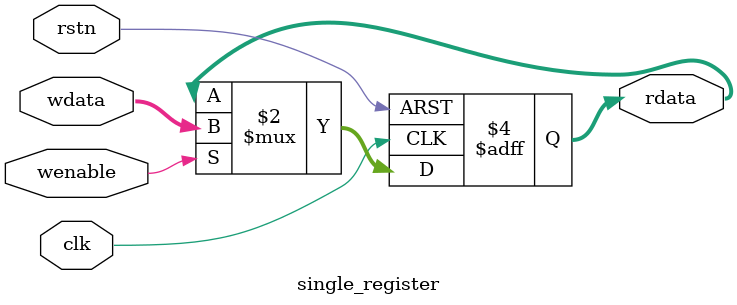
<source format=sv>
module single_register
	#(parameter bits = 32)
	(input clk, input rstn,
	 input             wenable,
	 input  [bits-1:0] wdata,
	 output reg[bits-1:0] rdata);
	
	always @(posedge clk or negedge rstn) begin
		if (rstn) begin
			if (wenable) begin
				rdata <= wdata;
			end
		end else begin
			rdata <= 0;
		end
	end
endmodule

</source>
